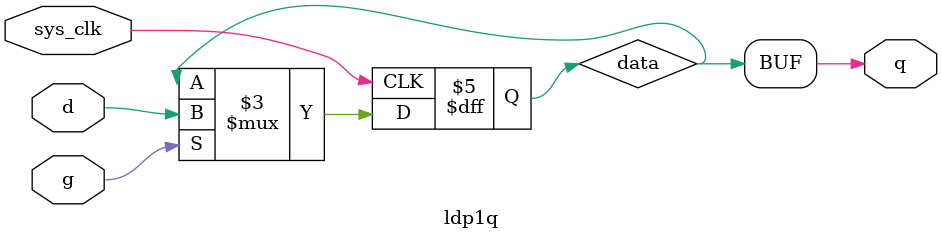
<source format=v>

module ldp1q
(
	output	q,
	input		d,
	input		g,
	input		sys_clk
);

reg	data = 1'b0;

assign q = data;

// always @(d or g)
`ifdef FAST_CLOCK
always @(posedge sys_clk)
`else
always @(negedge sys_clk) // /!\
`endif
begin
	if (g) begin
		data <= d;
	end
end

endmodule

</source>
